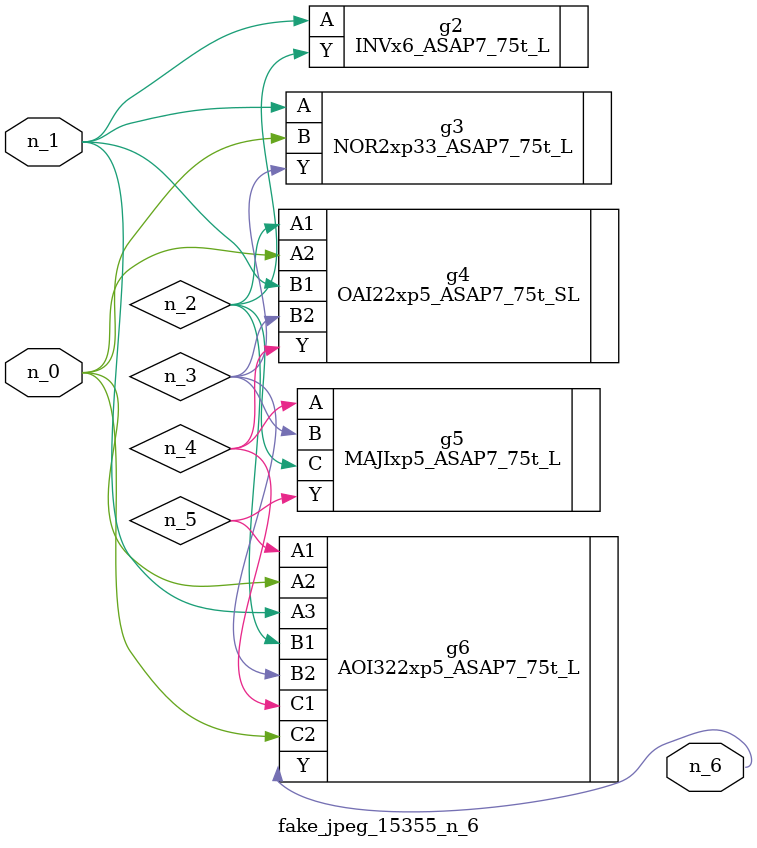
<source format=v>
module fake_jpeg_15355_n_6 (n_0, n_1, n_6);

input n_0;
input n_1;

output n_6;

wire n_3;
wire n_2;
wire n_4;
wire n_5;

INVx6_ASAP7_75t_L g2 ( 
.A(n_1),
.Y(n_2)
);

NOR2xp33_ASAP7_75t_L g3 ( 
.A(n_1),
.B(n_0),
.Y(n_3)
);

OAI22xp5_ASAP7_75t_SL g4 ( 
.A1(n_2),
.A2(n_0),
.B1(n_1),
.B2(n_3),
.Y(n_4)
);

MAJIxp5_ASAP7_75t_L g5 ( 
.A(n_4),
.B(n_3),
.C(n_2),
.Y(n_5)
);

AOI322xp5_ASAP7_75t_L g6 ( 
.A1(n_5),
.A2(n_0),
.A3(n_1),
.B1(n_2),
.B2(n_3),
.C1(n_4),
.C2(n_0),
.Y(n_6)
);


endmodule
</source>
